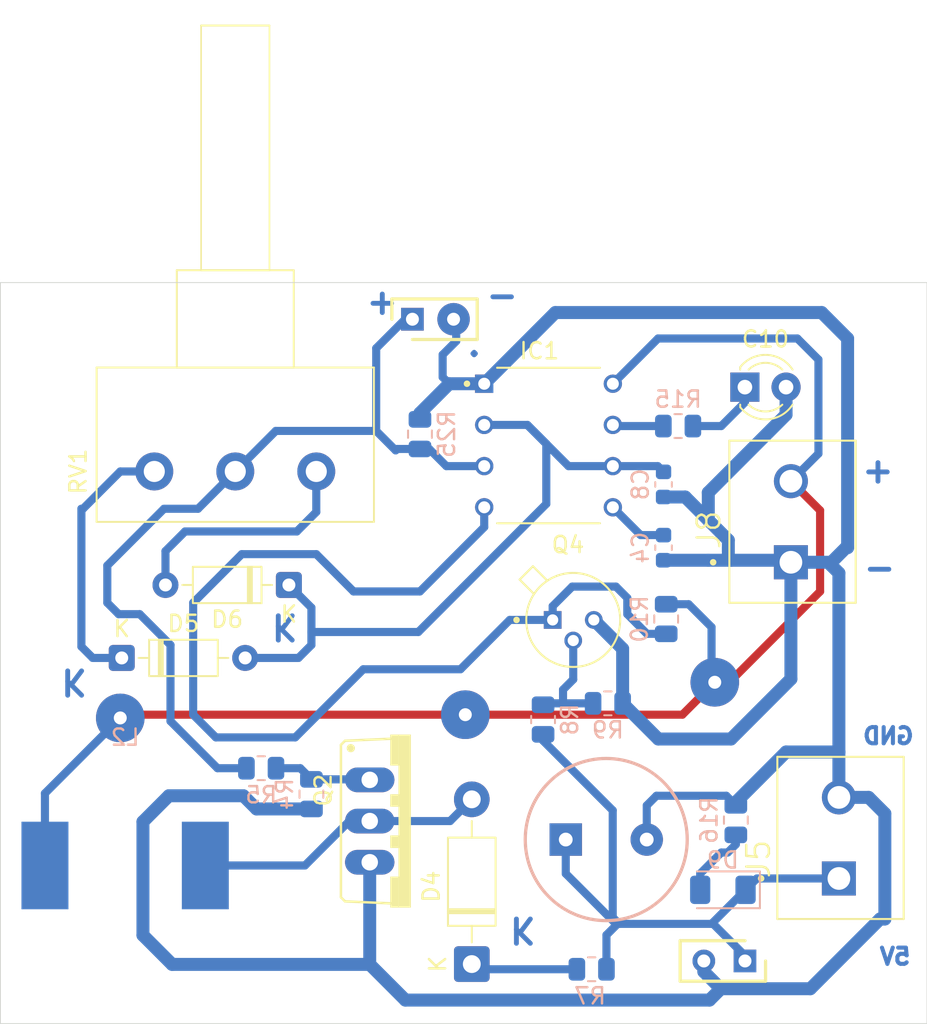
<source format=kicad_pcb>
(kicad_pcb (version 20241229) (generator "pcbnew") (generator_version "9.0")
  (layers (0 "F.Cu" signal) (2 "B.Cu" signal) (13 "F.Paste" user) (15 "B.Paste" user) (5 "F.SilkS" user "F.Silkscreen") (7 "B.SilkS" user "B.Silkscreen") (1 "F.Mask" user) (3 "B.Mask" user) (25 "Edge.Cuts" user))
  (net 0 "")
  (net 1 "Net-(IC1-CV)")
  (net 2 "GND")
  (net 3 "Net-(C5-+)")
  (net 4 "trig")
  (net 5 "Net-(C10-K)")
  (net 6 "Net-(D4-A)")
  (net 7 "Net-(D5-K)")
  (net 8 "Net-(D6-A)")
  (net 9 "Net-(D9-A)")
  (net 10 "step_up")
  (net 11 "PWM_out")
  (net 12 "reset")
  (net 13 "BAT")
  (net 14 "Net-(IC1-DIS)")
  (net 15 "Net-(Q2-PadG)")
  (net 16 "Net-(Q4-B)")
  (footprint "Library:irf740_TO220BV" (layer "F.Cu") (at 70.84 53.56 -90)
    (property "Reference" "Q2" (at -1.905 5.4102 90) (layer "F.SilkS"))
    (property "Value" "IRF740")
    (fp_line (start 4.699 4.318) (end -4.699 4.318) (stroke (width 0.1524)) (layer "F.SilkS"))
    (fp_line (start 4.699 4.318) (end 4.953 4.064) (stroke (width 0.1524)) (layer "F.SilkS"))
    (fp_line (start -4.953 4.064) (end -4.699 4.318) (stroke (width 0.1524)) (layer "F.SilkS"))
    (fp_line (start -4.953 4.064) (end -5.08 1.143) (stroke (width 0.1524)) (layer "F.SilkS"))
    (fp_line (start 5.08 1.143) (end 4.953 4.064) (stroke (width 0.1524)) (layer "F.SilkS"))
    (fp_circle (center -4.4958 3.7084) (end -4.2418 3.7084) (fill yes) (layer "F.SilkS"))
    (fp_poly (pts (xy -5.334 0.762) (xy -3.429 0.762) (xy -3.429 1.27) (xy -5.334 1.27)) (stroke (width 0.01)) (fill yes) (layer "F.SilkS"))
    (fp_poly (pts (xy -1.651 0.762) (xy -0.889 0.762) (xy -0.889 1.27) (xy -1.651 1.27)) (stroke (width 0.01)) (fill yes) (layer "F.SilkS"))
    (fp_poly (pts (xy 0.889 0.762) (xy 1.651 0.762) (xy 1.651 1.27) (xy 0.889 1.27)) (stroke (width 0.01)) (fill yes) (layer "F.SilkS"))
    (fp_poly (pts (xy 3.429 0.762) (xy 5.334 0.762) (xy 5.334 1.27) (xy 3.429 1.27)) (stroke (width 0.01)) (fill yes) (layer "F.SilkS"))
    (fp_poly (pts (xy -5.334 0) (xy 5.334 0) (xy 5.334 0.762) (xy -5.334 0.762)) (stroke (width 0.01)) (fill yes) (layer "F.SilkS"))
    (pad "D" thru_hole oval (at 0 2.54 270) (size 1.524 3.048) (drill 1.016) (layers "*.Cu" "*.Mask") (net 6 "Net-(D4-A)"))
    (pad "G" thru_hole oval (at -2.54 2.54 270) (size 1.524 3.048) (drill 1.016) (layers "*.Cu" "*.Mask") (net 15 "Net-(Q2-PadG)"))
    (pad "S" thru_hole oval (at 2.54 2.54 270) (size 1.524 3.048) (drill 1.016) (layers "*.Cu" "*.Mask") (net 2 "GND"))
  )
  (footprint "Diode_THT:D_DO-35_SOD27_P7.62mm_Horizontal" (layer "F.Cu") (at 52.99 43.5)
    (property "Reference" "D5" (at 3.81 -2.12 0) (layer "F.SilkS"))
    (property "Value" "1N4148")
    (fp_line (start 1.04 0) (end 1.69 0) (stroke (width 0.12)) (layer "F.SilkS"))
    (fp_line (start 2.29 -1.12) (end 2.29 1.12) (stroke (width 0.12)) (layer "F.SilkS"))
    (fp_line (start 2.41 -1.12) (end 2.41 1.12) (stroke (width 0.12)) (layer "F.SilkS"))
    (fp_line (start 2.53 -1.12) (end 2.53 1.12) (stroke (width 0.12)) (layer "F.SilkS"))
    (fp_line (start 6.58 0) (end 5.93 0) (stroke (width 0.12)) (layer "F.SilkS"))
    (fp_rect (start 1.69 -1.12) (end 5.93 1.12) (stroke (width 0.12)) (fill no) (layer "F.SilkS"))
    (fp_text user "K" (at 0 -1.8 0) (layer "F.SilkS"))
    (pad "1" thru_hole roundrect (at 0 0) (size 1.6 1.6) (drill 0.8) (layers "*.Cu" "*.Mask") (roundrect_rratio 0.15625) (net 7 "Net-(D5-K)"))
    (pad "2" thru_hole circle (at 7.62 0) (size 1.6 1.6) (drill 0.8) (layers "*.Cu" "*.Mask") (net 4 "trig"))
  )
  (footprint "Library:roaster_3_5" (layer "F.Cu") (at 97.2625 57.1 90)
    (property "Reference" "J5" (at 1.2 -4.9625 90) (layer "F.SilkS") (effects (font (size 1.4 1.4))))
    (property "Value" "5V_step_up")
    (fp_line (start 7.5 -3.8) (end 7.5 4) (stroke (width 0.127)) (layer "F.SilkS"))
    (fp_line (start -2.5 -3.8) (end 7.5 -3.8) (stroke (width 0.127)) (layer "F.SilkS"))
    (fp_line (start 7.5 4) (end -2.5 4) (stroke (width 0.127)) (layer "F.SilkS"))
    (fp_line (start -2.5 4) (end -2.5 -3.8) (stroke (width 0.127)) (layer "F.SilkS"))
    (fp_circle (center 0 -4.8) (end 0.1 -4.8) (stroke (width 0.2)) (fill no) (layer "F.SilkS"))
    (pad "1" thru_hole rect (at 0 0 90) (size 2.1 2.1) (drill 1.4) (layers "*.Cu" "*.Mask") (net 10 "step_up"))
    (pad "2" thru_hole circle (at 5 0 90) (size 2.1 2.1) (drill 1.4) (layers "*.Cu" "*.Mask") (net 2 "GND"))
  )
  (footprint "Library:Potentiometer_Omeg_PC16BU_Horizontal" (layer "F.Cu") (at 65 32 90)
    (property "Reference" "RV1" (at 0 -14.7 90) (layer "F.SilkS"))
    (property "Value" "10k")
    (fp_line (start 6.41 -13.56) (end 6.41 3.56) (stroke (width 0.12)) (layer "F.SilkS"))
    (fp_line (start -3.11 -13.56) (end 6.41 -13.56) (stroke (width 0.12)) (layer "F.SilkS"))
    (fp_line (start 12.41 -8.61) (end 12.41 -1.39) (stroke (width 0.12)) (layer "F.SilkS"))
    (fp_line (start 6.41 -8.61) (end 12.41 -8.61) (stroke (width 0.12)) (layer "F.SilkS"))
    (fp_line (start 27.5 -7.11) (end 12.41 -7.11) (stroke (width 0.1)) (layer "F.SilkS"))
    (fp_line (start 27.5 -7.11) (end 27.5 -2.89) (stroke (width 0.12)) (layer "F.SilkS"))
    (fp_line (start 27.5 -2.89) (end 12.41 -2.89) (stroke (width 0.1)) (layer "F.SilkS"))
    (fp_line (start 12.41 -2.89) (end 12.41 -7.11) (stroke (width 0.12)) (layer "F.SilkS"))
    (fp_line (start 12.41 -1.39) (end 6.41 -1.39) (stroke (width 0.12)) (layer "F.SilkS"))
    (fp_line (start 6.41 -1.39) (end 6.41 -8.61) (stroke (width 0.12)) (layer "F.SilkS"))
    (fp_line (start 6.41 3.56) (end -3.11 3.56) (stroke (width 0.12)) (layer "F.SilkS"))
    (fp_line (start -3.11 3.56) (end -3.11 -13.56) (stroke (width 0.12)) (layer "F.SilkS"))
    (pad "1" thru_hole circle (at 0 0 90) (size 2.34 2.34) (drill 1.3) (layers "*.Cu" "*.Mask") (net 8 "Net-(D6-A)"))
    (pad "2" thru_hole circle (at 0 -5 90) (size 2.34 2.34) (drill 1.3) (layers "*.Cu" "*.Mask") (net 11 "PWM_out"))
    (pad "3" thru_hole circle (at 0 -10 90) (size 2.34 2.34) (drill 1.3) (layers "*.Cu" "*.Mask") (net 7 "Net-(D5-K)"))
  )
  (footprint "Library:pin_2_RHDR4W60P0X254_1X4_1016X250X840P_1" (layer "F.Cu") (at 91.465 62.1875 180)
    (property "Reference" "J6" (hide yes))
    (property "Value" "cont_3_5" (hide yes))
    (fp_line (start 4 1.25) (end 4 -1.25) (stroke (width 0.2)) (layer "F.SilkS"))
    (fp_line (start 4 -1.25) (end -1.27 -1.25) (stroke (width 0.2)) (layer "F.SilkS"))
    (fp_line (start 0 1.25) (end 4 1.25) (stroke (width 0.2)) (layer "F.SilkS"))
    (fp_line (start -1.27 -1.25) (end -1.27 0) (stroke (width 0.2)) (layer "F.SilkS"))
    (pad "1" thru_hole rect (at 0 0 180) (size 1.4 1.4) (drill 0.8) (layers "*.Cu" "*.Mask") (net 10 "step_up"))
    (pad "2" thru_hole circle (at 2.54 0 180) (size 1.4 1.4) (drill 0.8) (layers "*.Cu" "*.Mask") (net 2 "GND"))
  )
  (footprint "Library:roaster_3_5" (layer "F.Cu") (at 94.3 37.6 90)
    (property "Reference" "J8" (at 2 -5.0625 90) (layer "F.SilkS") (effects (font (size 1.4 1.4))))
    (property "Value" "baterry")
    (fp_line (start 7.5 -3.8) (end 7.5 4) (stroke (width 0.127)) (layer "F.SilkS"))
    (fp_line (start -2.5 -3.8) (end 7.5 -3.8) (stroke (width 0.127)) (layer "F.SilkS"))
    (fp_line (start 7.5 4) (end -2.5 4) (stroke (width 0.127)) (layer "F.SilkS"))
    (fp_line (start -2.5 4) (end -2.5 -3.8) (stroke (width 0.127)) (layer "F.SilkS"))
    (fp_circle (center 0 -4.8) (end 0.1 -4.8) (stroke (width 0.2)) (fill no) (layer "F.SilkS"))
    (pad "1" thru_hole rect (at 0 0 90) (size 2.1 2.1) (drill 1.4) (layers "*.Cu" "*.Mask") (net 2 "GND"))
    (pad "2" thru_hole circle (at 5 0 90) (size 2.1 2.1) (drill 1.4) (layers "*.Cu" "*.Mask") (net 13 "BAT"))
  )
  (footprint "Library:pin_2_RHDR4W60P0X254_1X4_1016X250X840P_1" (layer "F.Cu") (at 70.935 22.6125)
    (property "Reference" "J6" (hide yes))
    (property "Value" "cont_3_5" (hide yes))
    (fp_line (start -1.27 -1.25) (end -1.27 0) (stroke (width 0.2)) (layer "F.SilkS"))
    (fp_line (start 0 1.25) (end 4 1.25) (stroke (width 0.2)) (layer "F.SilkS"))
    (fp_line (start 4 -1.25) (end -1.27 -1.25) (stroke (width 0.2)) (layer "F.SilkS"))
    (fp_line (start 4 1.25) (end 4 -1.25) (stroke (width 0.2)) (layer "F.SilkS"))
    (pad "1" thru_hole rect (at 0 0) (size 1.4 1.4) (drill 0.8) (layers "*.Cu" "*.Mask"))
    (pad "2" thru_hole circle (at 2.54 0) (size 2 2) (drill 0.8) (layers "*.Cu" "*.Mask"))
  )
  (footprint "Diode_THT:D_DO-41_SOD81_P10.16mm_Horizontal" (layer "F.Cu") (at 74.6 62.38 90)
    (property "Reference" "D4" (at 4.78 -2.5 90) (layer "F.SilkS"))
    (property "Value" "1N5818")
    (fp_line (start 3.38 -1.47) (end 3.38 1.47) (stroke (width 0.12)) (layer "F.SilkS"))
    (fp_line (start 3.26 -1.47) (end 3.26 1.47) (stroke (width 0.12)) (layer "F.SilkS"))
    (fp_line (start 3.14 -1.47) (end 3.14 1.47) (stroke (width 0.12)) (layer "F.SilkS"))
    (fp_line (start 8.82 0) (end 7.8 0) (stroke (width 0.12)) (layer "F.SilkS"))
    (fp_line (start 1.34 0) (end 2.36 0) (stroke (width 0.12)) (layer "F.SilkS"))
    (fp_rect (start 2.36 -1.47) (end 7.8 1.47) (stroke (width 0.12)) (fill no) (layer "F.SilkS"))
    (fp_text user "K" (at 0 -2.1 90) (layer "F.SilkS"))
    (pad "1" thru_hole roundrect (at 0 0 90) (size 2.2 2.2) (drill 1.1) (layers "*.Cu" "*.Mask") (roundrect_rratio 0.113636) (net 3 "Net-(C5-+)"))
    (pad "2" thru_hole circle (at 10.16 0 90) (size 2.2 2.2) (drill 1.1) (layers "*.Cu" "*.Mask") (net 6 "Net-(D4-A)"))
  )
  (footprint "LED_THT:LED_D3.0mm" (layer "F.Cu") (at 91.46 26.8)
    (property "Reference" "C10" (at 1.27 -2.96 0) (layer "F.SilkS"))
    (property "Value" "100n")
    (fp_line (start -0.29 -1.236) (end -0.29 -1.08) (stroke (width 0.12)) (layer "F.SilkS"))
    (fp_line (start -0.29 1.08) (end -0.29 1.236) (stroke (width 0.12)) (layer "F.SilkS"))
    (fp_arc (start -0.29 -1.235516) (mid 1.36566 -1.987699) (end 2.941437 -1.08) (stroke (width 0.12)) (layer "F.SilkS"))
    (fp_arc (start 0.229039 -1.08) (mid 1.27 -1.5) (end 2.310961 -1.08) (stroke (width 0.12)) (layer "F.SilkS"))
    (fp_arc (start 2.310961 1.08) (mid 1.27 1.5) (end 0.229039 1.08) (stroke (width 0.12)) (layer "F.SilkS"))
    (fp_arc (start 2.941437 1.08) (mid 1.36566 1.987699) (end -0.29 1.235516) (stroke (width 0.12)) (layer "F.SilkS"))
    (pad "1" thru_hole rect (at 0 0) (size 1.8 1.8) (drill 0.9) (layers "*.Cu" "*.Mask") (net 5 "Net-(C10-K)"))
    (pad "2" thru_hole circle (at 2.54 0) (size 1.8 1.8) (drill 0.9) (layers "*.Cu" "*.Mask") (net 2 "GND"))
  )
  (footprint "Library:LMC555" (layer "F.Cu") (at 79.3375 30.4)
    (property "Reference" "IC1" (at -0.565 -5.835 0) (layer "F.SilkS"))
    (property "Value" "lmc555")
    (fp_line (start -3.175 -4.795) (end 3.175 -4.795) (stroke (width 0.127)) (layer "F.SilkS"))
    (fp_line (start -3.175 4.795) (end 3.175 4.795) (stroke (width 0.127)) (layer "F.SilkS"))
    (fp_circle (center -5.035 -3.81) (end -4.935 -3.81) (stroke (width 0.2)) (fill no) (layer "F.SilkS"))
    (pad "1" thru_hole rect (at -3.97 -3.81) (size 1.13 1.13) (drill 0.74) (layers "*.Cu" "*.Mask") (net 2 "GND"))
    (pad "2" thru_hole circle (at -3.97 -1.27) (size 1.13 1.13) (drill 0.74) (layers "*.Cu" "*.Mask") (net 4 "trig"))
    (pad "3" thru_hole circle (at -3.97 1.27) (size 1.13 1.13) (drill 0.74) (layers "*.Cu" "*.Mask") (net 11 "PWM_out"))
    (pad "4" thru_hole circle (at -3.97 3.81) (size 1.13 1.13) (drill 0.74) (layers "*.Cu" "*.Mask") (net 12 "reset"))
    (pad "5" thru_hole circle (at 3.97 3.81) (size 1.13 1.13) (drill 0.74) (layers "*.Cu" "*.Mask") (net 1 "Net-(IC1-CV)"))
    (pad "6" thru_hole circle (at 3.97 1.27) (size 1.13 1.13) (drill 0.74) (layers "*.Cu" "*.Mask") (net 4 "trig"))
    (pad "7" thru_hole circle (at 3.97 -1.27) (size 1.13 1.13) (drill 0.74) (layers "*.Cu" "*.Mask") (net 14 "Net-(IC1-DIS)"))
    (pad "8" thru_hole circle (at 3.97 -3.81) (size 1.13 1.13) (drill 0.74) (layers "*.Cu" "*.Mask") (net 13 "BAT"))
  )
  (footprint "Diode_THT:D_DO-35_SOD27_P7.62mm_Horizontal" (layer "F.Cu") (at 63.31 39 180)
    (property "Reference" "D6" (at 3.81 -2.12 0) (layer "F.SilkS"))
    (property "Value" "1N4148")
    (fp_line (start 6.58 0) (end 5.93 0) (stroke (width 0.12)) (layer "F.SilkS"))
    (fp_line (start 2.53 -1.12) (end 2.53 1.12) (stroke (width 0.12)) (layer "F.SilkS"))
    (fp_line (start 2.41 -1.12) (end 2.41 1.12) (stroke (width 0.12)) (layer "F.SilkS"))
    (fp_line (start 2.29 -1.12) (end 2.29 1.12) (stroke (width 0.12)) (layer "F.SilkS"))
    (fp_line (start 1.04 0) (end 1.69 0) (stroke (width 0.12)) (layer "F.SilkS"))
    (fp_rect (start 1.69 -1.12) (end 5.93 1.12) (stroke (width 0.12)) (fill no) (layer "F.SilkS"))
    (fp_text user "K" (at 0 -1.8 0) (layer "F.SilkS"))
    (pad "1" thru_hole roundrect (at 0 0 180) (size 1.6 1.6) (drill 0.8) (layers "*.Cu" "*.Mask") (roundrect_rratio 0.15625) (net 4 "trig"))
    (pad "2" thru_hole circle (at 7.62 0 180) (size 1.6 1.6) (drill 0.8) (layers "*.Cu" "*.Mask") (net 8 "Net-(D6-A)"))
  )
  (footprint "Library:2N2222_TO127P580H530-3" (layer "F.Cu") (at 80.862505 41.15641)
    (property "Reference" "Q4" (at -0.325 -4.635 0) (layer "F.SilkS"))
    (property "Value" "NPN")
    (fp_line (start -3.30926 -2.48902) (end -2.48902 -3.30926) (stroke (width 0.127)) (layer "F.SilkS"))
    (fp_line (start -2.48902 -3.30926) (end -1.59905 -2.41929) (stroke (width 0.127)) (layer "F.SilkS"))
    (fp_line (start -2.41929 -1.59905) (end -3.30926 -2.48902) (stroke (width 0.127)) (layer "F.SilkS"))
    (fp_circle (center -3.5 0) (end -3.4 0) (stroke (width 0.2)) (fill no) (layer "F.SilkS"))
    (fp_circle (center 0 0) (end 2.9 0) (stroke (width 0.127)) (fill no) (layer "F.SilkS"))
    (pad "1" thru_hole rect (at -1.27 0) (size 1.09 1.09) (drill 0.69) (layers "*.Cu" "*.Mask") (net 12 "reset"))
    (pad "2" thru_hole circle (at 0 1.27) (size 1.09 1.09) (drill 0.69) (layers "*.Cu" "*.Mask") (net 16 "Net-(Q4-B)"))
    (pad "3" thru_hole circle (at 1.27 0 3) (size 1.09 1.09) (drill 0.69) (layers "*.Cu" "*.Mask") (net 2 "GND"))
  )
  (footprint "Resistor_SMD:R_0805_2012Metric" (layer "B.Cu") (at 83 46.300001)
    (property "Reference" "R9" (at 0 1.65 0) (layer "B.SilkS") (effects (justify mirror)))
    (property "Value" "1k")
    (fp_line (start -0.227064 -0.735) (end 0.227064 -0.735) (stroke (width 0.12)) (layer "B.SilkS"))
    (fp_line (start -0.227064 0.735) (end 0.227064 0.735) (stroke (width 0.12)) (layer "B.SilkS"))
    (pad "1" smd roundrect (at -0.9125 0) (size 1.025 1.4) (layers "B.Cu" "B.Mask" "B.Paste") (roundrect_rratio 0.243902) (net 16 "Net-(Q4-B)"))
    (pad "2" smd roundrect (at 0.9125 0) (size 1.025 1.4) (layers "B.Cu" "B.Mask" "B.Paste") (roundrect_rratio 0.243902) (net 2 "GND"))
  )
  (footprint "Resistor_SMD:R_0805_2012Metric" (layer "B.Cu") (at 79 47.3 90)
    (property "Reference" "R8" (at 0 1.65 90) (layer "B.SilkS") (effects (justify mirror)))
    (property "Value" "4.7k")
    (fp_line (start -0.227064 -0.735) (end 0.227064 -0.735) (stroke (width 0.12)) (layer "B.SilkS"))
    (fp_line (start -0.227064 0.735) (end 0.227064 0.735) (stroke (width 0.12)) (layer "B.SilkS"))
    (pad "1" smd roundrect (at -0.9125 0 90) (size 1.025 1.4) (layers "B.Cu" "B.Mask" "B.Paste") (roundrect_rratio 0.243902) (net 10 "step_up"))
    (pad "2" smd roundrect (at 0.9125 0 90) (size 1.025 1.4) (layers "B.Cu" "B.Mask" "B.Paste") (roundrect_rratio 0.243902) (net 16 "Net-(Q4-B)"))
  )
  (footprint "Resistor_SMD:R_0805_2012Metric" (layer "B.Cu") (at 90.9 53.5 -90)
    (property "Reference" "R16" (at 0 1.65 90) (layer "B.SilkS") (effects (justify mirror)))
    (property "Value" "470")
    (fp_line (start -0.227064 0.735) (end 0.227064 0.735) (stroke (width 0.12)) (layer "B.SilkS"))
    (fp_line (start -0.227064 -0.735) (end 0.227064 -0.735) (stroke (width 0.12)) (layer "B.SilkS"))
    (pad "1" smd roundrect (at -0.9125 0 270) (size 1.025 1.4) (layers "B.Cu" "B.Mask" "B.Paste") (roundrect_rratio 0.243902) (net 2 "GND"))
    (pad "2" smd roundrect (at 0.9125 0 270) (size 1.025 1.4) (layers "B.Cu" "B.Mask" "B.Paste") (roundrect_rratio 0.243902) (net 9 "Net-(D9-A)"))
  )
  (footprint "Resistor_SMD:R_0805_2012Metric" (layer "B.Cu") (at 86.6 41.1 -90)
    (property "Reference" "R10" (at 0 1.65 90) (layer "B.SilkS") (effects (justify mirror)))
    (property "Value" "100")
    (fp_line (start -0.227064 0.735) (end 0.227064 0.735) (stroke (width 0.12)) (layer "B.SilkS"))
    (fp_line (start -0.227064 -0.735) (end 0.227064 -0.735) (stroke (width 0.12)) (layer "B.SilkS"))
    (pad "1" smd roundrect (at -0.9125 0 270) (size 1.025 1.4) (layers "B.Cu" "B.Mask" "B.Paste") (roundrect_rratio 0.243902) (net 13 "BAT"))
    (pad "2" smd roundrect (at 0.9125 0 270) (size 1.025 1.4) (layers "B.Cu" "B.Mask" "B.Paste") (roundrect_rratio 0.243902) (net 12 "reset"))
  )
  (footprint "Diode_SMD:D_1206_3216Metric" (layer "B.Cu") (at 90.1 57.8 180)
    (property "Reference" "D9" (at 0 1.83 0) (layer "B.SilkS") (effects (justify mirror)))
    (property "Value" "5.1 V")
    (fp_line (start 1.6 1.135) (end -2.285 1.135) (stroke (width 0.12)) (layer "B.SilkS"))
    (fp_line (start -2.285 1.135) (end -2.285 -1.135) (stroke (width 0.12)) (layer "B.SilkS"))
    (fp_line (start -2.285 -1.135) (end 1.6 -1.135) (stroke (width 0.12)) (layer "B.SilkS"))
    (pad "1" smd roundrect (at -1.4 0 180) (size 1.25 1.75) (layers "B.Cu" "B.Mask" "B.Paste") (roundrect_rratio 0.2) (net 10 "step_up"))
    (pad "2" smd roundrect (at 1.4 0 180) (size 1.25 1.75) (layers "B.Cu" "B.Mask" "B.Paste") (roundrect_rratio 0.2) (net 9 "Net-(D9-A)"))
  )
  (footprint "Resistor_SMD:R_0805_2012Metric" (layer "B.Cu") (at 61.6 50.3)
    (property "Reference" "R5" (at 0 1.65 0) (layer "B.SilkS") (effects (justify mirror)))
    (property "Value" "100")
    (fp_line (start -0.227064 -0.735) (end 0.227064 -0.735) (stroke (width 0.12)) (layer "B.SilkS"))
    (fp_line (start -0.227064 0.735) (end 0.227064 0.735) (stroke (width 0.12)) (layer "B.SilkS"))
    (pad "1" smd roundrect (at -0.9125 0) (size 1.025 1.4) (layers "B.Cu" "B.Mask" "B.Paste") (roundrect_rratio 0.243902) (net 11 "PWM_out"))
    (pad "2" smd roundrect (at 0.9125 0) (size 1.025 1.4) (layers "B.Cu" "B.Mask" "B.Paste") (roundrect_rratio 0.243902) (net 15 "Net-(Q2-PadG)"))
  )
  (footprint "Resistor_SMD:R_0805_2012Metric" (layer "B.Cu") (at 64.7 51.9 -90)
    (property "Reference" "R4" (at 0 1.65 90) (layer "B.SilkS") (effects (justify mirror)))
    (property "Value" "10k")
    (fp_line (start -0.227064 0.735) (end 0.227064 0.735) (stroke (width 0.12)) (layer "B.SilkS"))
    (fp_line (start -0.227064 -0.735) (end 0.227064 -0.735) (stroke (width 0.12)) (layer "B.SilkS"))
    (pad "1" smd roundrect (at -0.9125 0 270) (size 1.025 1.4) (layers "B.Cu" "B.Mask" "B.Paste") (roundrect_rratio 0.243902) (net 15 "Net-(Q2-PadG)"))
    (pad "2" smd roundrect (at 0.9125 0 270) (size 1.025 1.4) (layers "B.Cu" "B.Mask" "B.Paste") (roundrect_rratio 0.243902) (net 2 "GND"))
  )
  (footprint "Capacitor_SMD:C_0603_1608Metric" (layer "B.Cu") (at 86.4375 36.7 -90)
    (property "Reference" "C4" (at 0 1.43 90) (layer "B.SilkS") (effects (justify mirror)))
    (property "Value" "10n")
    (fp_line (start -0.14058 0.51) (end 0.14058 0.51) (stroke (width 0.12)) (layer "B.SilkS"))
    (fp_line (start -0.14058 -0.51) (end 0.14058 -0.51) (stroke (width 0.12)) (layer "B.SilkS"))
    (pad "1" smd roundrect (at -0.775 0 270) (size 0.9 0.95) (layers "B.Cu" "B.Mask" "B.Paste") (net 1 "Net-(IC1-CV)"))
    (pad "2" smd roundrect (at 0.775 0 270) (size 0.9 0.95) (layers "B.Cu" "B.Mask" "B.Paste") (net 2 "GND"))
  )
  (footprint "Resistor_SMD:R_0805_2012Metric" (layer "B.Cu") (at 87.3375 29.2 180)
    (property "Reference" "R15" (at 0 1.65 0) (layer "B.SilkS") (effects (justify mirror)))
    (property "Value" "10k")
    (fp_line (start -0.227064 0.735) (end 0.227064 0.735) (stroke (width 0.12)) (layer "B.SilkS"))
    (fp_line (start -0.227064 -0.735) (end 0.227064 -0.735) (stroke (width 0.12)) (layer "B.SilkS"))
    (pad "1" smd roundrect (at -0.9125 0 180) (size 1.025 1.4) (layers "B.Cu" "B.Mask" "B.Paste") (roundrect_rratio 0.243902) (net 5 "Net-(C10-K)"))
    (pad "2" smd roundrect (at 0.9125 0 180) (size 1.025 1.4) (layers "B.Cu" "B.Mask" "B.Paste") (roundrect_rratio 0.243902) (net 14 "Net-(IC1-DIS)"))
  )
  (footprint "Resistor_SMD:R_0805_2012Metric" (layer "B.Cu") (at 71.4 29.7 90)
    (property "Reference" "R25" (at 0 1.65 90) (layer "B.SilkS") (effects (justify mirror)))
    (property "Value" "10k")
    (fp_line (start -0.227064 -0.735) (end 0.227064 -0.735) (stroke (width 0.12)) (layer "B.SilkS"))
    (fp_line (start -0.227064 0.735) (end 0.227064 0.735) (stroke (width 0.12)) (layer "B.SilkS"))
    (pad "1" smd roundrect (at -0.9125 0 90) (size 1.025 1.4) (layers "B.Cu" "B.Mask" "B.Paste") (roundrect_rratio 0.243902) (net 11 "PWM_out"))
    (pad "2" smd roundrect (at 0.9125 0 90) (size 1.025 1.4) (layers "B.Cu" "B.Mask" "B.Paste") (roundrect_rratio 0.243902) (net 2 "GND"))
  )
  (footprint "Resistor_SMD:R_0805_2012Metric" (layer "B.Cu") (at 82 62.7)
    (property "Reference" "R7" (at -0.1 1.65 0) (layer "B.SilkS") (effects (justify mirror)))
    (property "Value" "6.8")
    (fp_line (start -0.227064 -0.735) (end 0.227064 -0.735) (stroke (width 0.12)) (layer "B.SilkS"))
    (fp_line (start -0.227064 0.735) (end 0.227064 0.735) (stroke (width 0.12)) (layer "B.SilkS"))
    (pad "1" smd roundrect (at -0.9125 0) (size 1.025 1.4) (layers "B.Cu" "B.Mask" "B.Paste") (roundrect_rratio 0.243902) (net 3 "Net-(C5-+)"))
    (pad "2" smd roundrect (at 0.9125 0) (size 1.025 1.4) (layers "B.Cu" "B.Mask" "B.Paste") (roundrect_rratio 0.243902) (net 10 "step_up"))
  )
  (footprint "Capacitor_SMD:C_0603_1608Metric" (layer "B.Cu") (at 86.4375 32.8 -90)
    (property "Reference" "C8" (at 0 1.43 90) (layer "B.SilkS") (effects (justify mirror)))
    (property "Value" "10n")
    (fp_line (start -0.14058 0.51) (end 0.14058 0.51) (stroke (width 0.12)) (layer "B.SilkS"))
    (fp_line (start -0.14058 -0.51) (end 0.14058 -0.51) (stroke (width 0.12)) (layer "B.SilkS"))
    (pad "1" smd roundrect (at -0.775 0 270) (size 0.9 0.95) (layers "B.Cu" "B.Mask" "B.Paste") (net 4 "trig"))
    (pad "2" smd roundrect (at 0.775 0 270) (size 0.9 0.95) (layers "B.Cu" "B.Mask" "B.Paste") (net 2 "GND"))
  )
  (footprint "bird-feeder:electrolytic_CAPPRD500W65D1000H2700" (layer "B.Cu") (at 80.4 54.7)
    (property "Reference" "C8" (hide yes))
    (property "Value" "4700 μ" (hide yes))
    (fp_circle (center 2.5 0) (end 2.5 -5) (stroke (width 0.2)) (fill no) (layer "B.SilkS"))
    (pad "1" thru_hole rect (at 0 0) (size 2 2) (drill 0.85) (layers "*.Cu" "*.Mask"))
    (pad "2" thru_hole circle (at 5 0) (size 2 2) (drill 0.85) (layers "*.Cu" "*.Mask"))
  )
  (footprint "Library:cewka_DE1207" (layer "B.Cu") (at 53.2 56.3 180)
    (property "Reference" "L2" (at 0 7.905 0) (layer "B.SilkS") (effects (justify mirror)))
    (property "Value" "ETQP4M150KFN")
    (fp_line (start 6 6) (end 0 6) (stroke (width 0.000128)) (layer "B.SilkS"))
    (fp_line (start 6 -6) (end 6 6) (stroke (width 0.000128)) (layer "B.SilkS"))
    (fp_line (start 0 6) (end -6 6) (stroke (width 0.000128)) (layer "B.SilkS"))
    (fp_line (start -6 6) (end -6 -6) (stroke (width 0.000128)) (layer "B.SilkS"))
    (fp_line (start -6 -6) (end 6 -6) (stroke (width 0.000128)) (layer "B.SilkS"))
    (pad "1" smd rect (at -4.95 0 180) (size 2.9 5.4) (layers "B.Cu" "B.Mask" "B.Paste") (net 6 "Net-(D4-A)"))
    (pad "2" smd rect (at 4.95 0 180) (size 2.9 5.4) (layers "B.Cu" "B.Mask" "B.Paste") (net 13 "BAT"))
  )
  (gr_rect (start 45.5 20.35) (end 102.7 66.05) (stroke (width 0.05)) (fill no) (layer "Edge.Cuts"))
  (gr_text "+" (at 100.8 32.8 0) (layer "B.Cu") (effects (font (size 1.5 1.5) (thickness 0.3) (bold yes)) (justify left bottom mirror)))
  (gr_text "GND" (at 102 48.9 0) (layer "B.Cu") (effects (font (size 1 1) (thickness 0.25) (bold yes)) (justify left bottom mirror)))
  (gr_text "." (at 75.3 25 0) (layer "B.Cu") (effects (font (size 1.5 1.5) (thickness 0.3) (bold yes)) (justify left bottom mirror)))
  (gr_text "K" (at 49.1 44.1 180) (layer "B.Cu") (effects (font (size 1.5 1.5) (thickness 0.3) (bold yes)) (justify left bottom mirror)))
  (gr_text "-" (at 77.6 22 0) (layer "B.Cu") (effects (font (size 1.5 1.5) (thickness 0.3) (bold yes)) (justify left bottom mirror)))
  (gr_text "K" (at 62.1 40.7 180) (layer "B.Cu") (effects (font (size 1.5 1.5) (thickness 0.3) (bold yes)) (justify left bottom mirror)))
  (gr_text "5V" (at 101.8 62.5 0) (layer "B.Cu") (effects (font (size 1 1) (thickness 0.25) (bold yes)) (justify left bottom mirror)))
  (gr_text "-" (at 100.9 38.8 0) (layer "B.Cu") (effects (font (size 1.5 1.5) (thickness 0.3) (bold yes)) (justify left bottom mirror)))
  (gr_text "+" (at 70.2 22.4 0) (layer "B.Cu") (effects (font (size 1.5 1.5) (thickness 0.3) (bold yes)) (justify left bottom mirror)))
  (gr_text "K" (at 76.8 59.4 180) (layer "B.Cu") (effects (font (size 1.5 1.5) (thickness 0.3) (bold yes)) (justify left bottom mirror)))
  (segment (start 85 35.9) (end 85.025 35.925) (width 0.5) (layer "B.Cu") (net 1))
  (segment (start 83.3075 34.21) (end 84.9975 35.9) (width 0.5) (layer "B.Cu") (net 1))
  (segment (start 84.9975 35.9) (end 85 35.9) (width 0.5) (layer "B.Cu") (net 1))
  (segment (start 85.025 35.925) (end 86.4375 35.925) (width 0.5) (layer "B.Cu") (net 1))
  (segment (start 89.9755 63.9) (end 95.5 63.9) (width 0.8) (layer "B.Cu") (net 2))
  (segment (start 88.925 62.1875) (end 88.925 62.8495) (width 0.8) (layer "B.Cu") (net 2))
  (segment (start 86.4375 37.475) (end 89.2 37.475) (width 0.8) (layer "B.Cu") (net 2))
  (segment (start 97.8 23.8) (end 97.8 36.7) (width 0.8) (layer "B.Cu") (net 2))
  (segment (start 54.3 60.6) (end 56.1 62.4) (width 0.8) (layer "B.Cu") (net 2))
  (segment (start 89.2 33.3) (end 89.2 35) (width 0.8) (layer "B.Cu") (net 2))
  (segment (start 68.3 56.1) (end 68.3 62.4) (width 0.8) (layer "B.Cu") (net 2))
  (segment (start 90.4375 37.3125) (end 90.6 37.475) (width 0.8) (layer "B.Cu") (net 2))
  (segment (start 75.3675 26.59) (end 79.7575 22.2) (width 0.8) (layer "B.Cu") (net 2))
  (segment (start 90.9 52.4) (end 94 49.3) (width 0.8) (layer "B.Cu") (net 2))
  (segment (start 73.64 23.96) (end 72.8 24.8) (width 0.5) (layer "B.Cu") (net 2))
  (segment (start 83.9125 46.300001) (end 86.112499 48.5) (width 0.8) (layer "B.Cu") (net 2))
  (segment (start 73.64 22.1) (end 73.64 23.96) (width 0.5) (layer "B.Cu") (net 2))
  (segment (start 94 49.3) (end 97.2625 49.3) (width 0.8) (layer "B.Cu") (net 2))
  (segment (start 90.3125 52) (end 90.9 52.5875) (width 0.5) (layer "B.Cu") (net 2))
  (segment (start 85.4 52.6) (end 86 52) (width 0.5) (layer "B.Cu") (net 2))
  (segment (start 56.1 62.4) (end 68.3 62.4) (width 0.8) (layer "B.Cu") (net 2))
  (segment (start 97.2625 52.1) (end 97.2625 49.3) (width 0.8) (layer "B.Cu") (net 2))
  (segment (start 99.8 59.6) (end 100.1 59.6) (width 0.8) (layer "B.Cu") (net 2))
  (segment (start 86.112499 48.5) (end 90.6 48.5) (width 0.8) (layer "B.Cu") (net 2))
  (segment (start 90.9 52.5875) (end 90.9 52.4) (width 0.8) (layer "B.Cu") (net 2))
  (segment (start 61.3125 52.8125) (end 60.5 52) (width 0.8) (layer "B.Cu") (net 2))
  (segment (start 96.8 37.6) (end 94.3 37.6) (width 0.8) (layer "B.Cu") (net 2))
  (segment (start 96.2 22.2) (end 97.8 23.8) (width 0.8) (layer "B.Cu") (net 2))
  (segment (start 68.3 62.4) (end 70.5 64.6) (width 0.8) (layer "B.Cu") (net 2))
  (segment (start 71.4 28.7875) (end 71.4 28.4) (width 0.8) (layer "B.Cu") (net 2))
  (segment (start 85.4 54.7) (end 85.4 52.6) (width 0.5) (layer "B.Cu") (net 2))
  (segment (start 97.8 36.7) (end 97.7 36.7) (width 0.8) (layer "B.Cu") (net 2))
  (segment (start 90.4375 36.2375) (end 90.4375 37.3125) (width 0.8) (layer "B.Cu") (net 2))
  (segment (start 100.1 59.6) (end 100.1 53.1) (width 0.8) (layer "B.Cu") (net 2))
  (segment (start 94 28.5) (end 89.2 33.3) (width 0.8) (layer "B.Cu") (net 2))
  (segment (start 55.9 52) (end 54.3 53.6) (width 0.8) (layer "B.Cu") (net 2))
  (segment (start 90.6 37.475) (end 94.175 37.475) (width 0.8) (layer "B.Cu") (net 2))
  (segment (start 72.8 26.18) (end 73.21 26.59) (width 0.5) (layer "B.Cu") (net 2))
  (segment (start 95.5 63.9) (end 99.8 59.6) (width 0.8) (layer "B.Cu") (net 2))
  (segment (start 73.21 26.59) (end 75.3675 26.59) (width 0.8) (layer "B.Cu") (net 2))
  (segment (start 64.7 52.8125) (end 61.3125 52.8125) (width 0.8) (layer "B.Cu") (net 2))
  (segment (start 96.8 37.8) (end 96.8 37.6) (width 0.8) (layer "B.Cu") (net 2))
  (segment (start 97.2625 38.2625) (end 96.8 37.8) (width 0.8) (layer "B.Cu") (net 2))
  (segment (start 86 52) (end 90.3125 52) (width 0.5) (layer "B.Cu") (net 2))
  (segment (start 72.8 24.8) (end 72.8 26.18) (width 0.5) (layer "B.Cu") (net 2))
  (segment (start 87.775 33.575) (end 89.2 35) (width 0.8) (layer "B.Cu") (net 2))
  (segment (start 88.925 62.8495) (end 89.9755 63.9) (width 0.8) (layer "B.Cu") (net 2))
  (segment (start 97.2625 49.3) (end 97.2625 38.2625) (width 0.8) (layer "B.Cu") (net 2))
  (segment (start 89.2 37.475) (end 90.6 37.475) (width 0.8) (layer "B.Cu") (net 2))
  (segment (start 79.7575 22.2) (end 96.2 22.2) (width 0.8) (layer "B.Cu") (net 2))
  (segment (start 90.6 48.5) (end 94.3 44.8) (width 0.8) (layer "B.Cu") (net 2))
  (segment (start 99.1 52.1) (end 97.2625 52.1) (width 0.8) (layer "B.Cu") (net 2))
  (segment (start 86.4375 33.575) (end 87.775 33.575) (width 0.8) (layer "B.Cu") (net 2))
  (segment (start 71.4 28.4) (end 73.21 26.59) (width 0.8) (layer "B.Cu") (net 2))
  (segment (start 94 26.8) (end 94 28.5) (width 0.8) (layer "B.Cu") (net 2))
  (segment (start 94.175 37.475) (end 94.3 37.6) (width 0.8) (layer "B.Cu") (net 2))
  (segment (start 97.7 36.7) (end 96.8 37.6) (width 0.8) (layer "B.Cu") (net 2))
  (segment (start 94.3 44.8) (end 94.3 37.6) (width 0.8) (layer "B.Cu") (net 2))
  (segment (start 54.3 53.6) (end 54.3 60.6) (width 0.8) (layer "B.Cu") (net 2))
  (segment (start 60.5 52) (end 55.9 52) (width 0.8) (layer "B.Cu") (net 2))
  (segment (start 89.2755 64.6) (end 89.9755 63.9) (width 0.8) (layer "B.Cu") (net 2))
  (segment (start 70.5 64.6) (end 89.2755 64.6) (width 0.8) (layer "B.Cu") (net 2))
  (segment (start 83.9125 42.936405) (end 82.132505 41.15641) (width 0.8) (layer "B.Cu") (net 2))
  (segment (start 83.9125 46.300001) (end 83.9125 42.936405) (width 0.8) (layer "B.Cu") (net 2))
  (segment (start 89.2 35) (end 90.4375 36.2375) (width 0.8) (layer "B.Cu") (net 2))
  (segment (start 100.1 53.1) (end 99.1 52.1) (width 0.8) (layer "B.Cu") (net 2))
  (segment (start 81.0875 62.7) (end 74.92 62.7) (width 0.5) (layer "B.Cu") (net 3))
  (segment (start 74.92 62.7) (end 74.6 62.38) (width 0.5) (layer "B.Cu") (net 3))
  (segment (start 64.7 41.9) (end 71.3 41.9) (width 0.5) (layer "B.Cu") (net 4))
  (segment (start 60.61 43.5) (end 63.9 43.5) (width 0.5) (layer "B.Cu") (net 4))
  (segment (start 75.3675 29.13) (end 78.03 29.13) (width 0.5) (layer "B.Cu") (net 4))
  (segment (start 64.7 40.4) (end 64.7 41.9) (width 0.5) (layer "B.Cu") (net 4))
  (segment (start 78.03 29.13) (end 80.57 31.67) (width 0.5) (layer "B.Cu") (net 4))
  (segment (start 64.7 41.9) (end 64.7 42.7) (width 0.5) (layer "B.Cu") (net 4))
  (segment (start 79.2 30.3) (end 78.03 29.13) (width 0.5) (layer "B.Cu") (net 4))
  (segment (start 63.31 39) (end 63.31 39.01) (width 0.5) (layer "B.Cu") (net 4))
  (segment (start 80.57 31.67) (end 83.3075 31.67) (width 0.5) (layer "B.Cu") (net 4))
  (segment (start 63.31 39.01) (end 64.7 40.4) (width 0.5) (layer "B.Cu") (net 4))
  (segment (start 79.2 34) (end 79.2 30.3) (width 0.5) (layer "B.Cu") (net 4))
  (segment (start 86.0825 31.67) (end 86.4375 32.025) (width 0.5) (layer "B.Cu") (net 4))
  (segment (start 63.9 43.5) (end 64.7 42.7) (width 0.5) (layer "B.Cu") (net 4))
  (segment (start 71.3 41.9) (end 79.2 34) (width 0.5) (layer "B.Cu") (net 4))
  (segment (start 83.3075 31.67) (end 86.0825 31.67) (width 0.5) (layer "B.Cu") (net 4))
  (segment (start 91.46 27.74) (end 90 29.2) (width 0.5) (layer "B.Cu") (net 5))
  (segment (start 91.46 26.8) (end 91.46 27.74) (width 0.5) (layer "B.Cu") (net 5))
  (segment (start 90 29.2) (end 88.25 29.2) (width 0.5) (layer "B.Cu") (net 5))
  (segment (start 64.3 56.3) (end 58.15 56.3) (width 0.5) (layer "B.Cu") (net 6))
  (segment (start 67.04 53.56) (end 64.3 56.3) (width 0.5) (layer "B.Cu") (net 6))
  (segment (start 68.3 53.56) (end 67.04 53.56) (width 0.5) (layer "B.Cu") (net 6))
  (segment (start 68.3 53.56) (end 73.26 53.56) (width 0.5) (layer "B.Cu") (net 6))
  (segment (start 73.26 53.56) (end 74.6 52.22) (width 0.5) (layer "B.Cu") (net 6))
  (segment (start 52.99 43.5) (end 51.2 43.5) (width 0.5) (layer "B.Cu") (net 7))
  (segment (start 50.5 34.3) (end 50.6 34.3) (width 0.5) (layer "B.Cu") (net 7))
  (segment (start 52.9 32) (end 55 32) (width 0.5) (layer "B.Cu") (net 7))
  (segment (start 50.6 34.3) (end 52.9 32) (width 0.5) (layer "B.Cu") (net 7))
  (segment (start 51.2 43.5) (end 50.5 42.8) (width 0.5) (layer "B.Cu") (net 7))
  (segment (start 50.5 42.8) (end 50.5 34.3) (width 0.5) (layer "B.Cu") (net 7))
  (segment (start 56.9 35.7) (end 63.8 35.7) (width 0.5) (layer "B.Cu") (net 8))
  (segment (start 55.69 39) (end 55.69 36.91) (width 0.5) (layer "B.Cu") (net 8))
  (segment (start 65 34.5) (end 65 32) (width 0.5) (layer "B.Cu") (net 8))
  (segment (start 63.8 35.7) (end 65 34.5) (width 0.5) (layer "B.Cu") (net 8))
  (segment (start 55.69 36.91) (end 56.9 35.7) (width 0.5) (layer "B.Cu") (net 8))
  (segment (start 90.4 55.5) (end 90.9 55) (width 0.5) (layer "B.Cu") (net 9))
  (segment (start 88.7 56.8) (end 90 55.5) (width 0.5) (layer "B.Cu") (net 9))
  (segment (start 90.9 55) (end 90.9 54.4125) (width 0.5) (layer "B.Cu") (net 9))
  (segment (start 88.7 57.8) (end 88.7 56.8) (width 0.5) (layer "B.Cu") (net 9))
  (segment (start 90 55.5) (end 90.4 55.5) (width 0.5) (layer "B.Cu") (net 9))
  (segment (start 83.7 59.9) (end 89.4 59.9) (width 0.5) (layer "B.Cu") (net 10))
  (segment (start 89.4 59.9) (end 89.45 59.85) (width 0.5) (layer "B.Cu") (net 10))
  (segment (start 83.6 59.9) (end 83.7 59.9) (width 0.5) (layer "B.Cu") (net 10))
  (segment (start 80.4 56.8) (end 83.5 59.9) (width 0.5) (layer "B.Cu") (net 10))
  (segment (start 83.5 59.9) (end 83.6 59.9) (width 0.5) (layer "B.Cu") (net 10))
  (segment (start 91.465 62.1875) (end 91.465 61.865) (width 0.5) (layer "B.Cu") (net 10))
  (segment (start 80.4 54.7) (end 80.4 56.8) (width 0.5) (layer "B.Cu") (net 10))
  (segment (start 79 48.6) (end 83.3 52.9) (width 0.5) (layer "B.Cu") (net 10))
  (segment (start 92.2 57.1) (end 91.5 57.8) (width 0.5) (layer "B.Cu") (net 10))
  (segment (start 83.3 52.9) (end 83.3 59.5) (width 0.5) (layer "B.Cu") (net 10))
  (segment (start 91.465 61.865) (end 89.45 59.85) (width 0.5) (layer "B.Cu") (net 10))
  (segment (start 79 48.2125) (end 79 48.6) (width 0.5) (layer "B.Cu") (net 10))
  (segment (start 82.9125 62.7) (end 82.9125 60.5875) (width 0.5) (layer "B.Cu") (net 10))
  (segment (start 97.2625 57.1) (end 92.2 57.1) (width 0.5) (layer "B.Cu") (net 10))
  (segment (start 83.3 59.5) (end 83.7 59.9) (width 0.5) (layer "B.Cu") (net 10))
  (segment (start 89.45 59.85) (end 91.5 57.8) (width 0.5) (layer "B.Cu") (net 10))
  (segment (start 82.9125 60.5875) (end 83.6 59.9) (width 0.5) (layer "B.Cu") (net 10))
  (segment (start 56 47.4) (end 58.9 50.3) (width 0.5) (layer "B.Cu") (net 11))
  (segment (start 69.9 30.7) (end 69.9875 30.6125) (width 0.5) (layer "B.Cu") (net 11))
  (segment (start 60 32) (end 57.7 34.3) (width 0.5) (layer "B.Cu") (net 11))
  (segment (start 52.1 40.1) (end 52.8 40.8) (width 0.5) (layer "B.Cu") (net 11))
  (segment (start 56 42.7) (end 56 47.4) (width 0.5) (layer "B.Cu") (net 11))
  (segment (start 73.03 31.67) (end 71.9725 30.6125) (width 0.5) (layer "B.Cu") (net 11))
  (segment (start 58.9 50.3) (end 60.6875 50.3) (width 0.5) (layer "B.Cu") (net 11))
  (segment (start 55.6 34.3) (end 52.1 37.8) (width 0.5) (layer "B.Cu") (net 11))
  (segment (start 68.7 29.5) (end 69.9 30.7) (width 0.5) (layer "B.Cu") (net 11))
  (segment (start 62.5 29.5) (end 68.7 29.5) (width 0.5) (layer "B.Cu") (net 11))
  (segment (start 54.1 40.8) (end 56 42.7) (width 0.5) (layer "B.Cu") (net 11))
  (segment (start 75.3675 31.67) (end 73.03 31.67) (width 0.5) (layer "B.Cu") (net 11))
  (segment (start 60 32) (end 62.5 29.5) (width 0.5) (layer "B.Cu") (net 11))
  (segment (start 57.7 34.3) (end 55.6 34.3) (width 0.5) (layer "B.Cu") (net 11))
  (segment (start 70.7125 22.3875) (end 68.7 24.4) (width 0.5) (layer "B.Cu") (net 11))
  (segment (start 52.8 40.8) (end 54.1 40.8) (width 0.5) (layer "B.Cu") (net 11))
  (segment (start 68.7 24.4) (end 68.7 29.5) (width 0.5) (layer "B.Cu") (net 11))
  (segment (start 69.9875 30.6125) (end 71.4 30.6125) (width 0.5) (layer "B.Cu") (net 11))
  (segment (start 52.1 37.8) (end 52.1 40.1) (width 0.5) (layer "B.Cu") (net 11))
  (segment (start 71.9725 30.6125) (end 71.4 30.6125) (width 0.5) (layer "B.Cu") (net 11))
  (segment (start 58.8 48.4) (end 63.7 48.4) (width 0.5) (layer "B.Cu") (net 12))
  (segment (start 63.7 48.4) (end 67.9 44.2) (width 0.5) (layer "B.Cu") (net 12))
  (segment (start 60.4 37.1) (end 57.4 40.1) (width 0.5) (layer "B.Cu") (net 12))
  (segment (start 84.2 39.8) (end 83.5 39.1) (width 0.5) (layer "B.Cu") (net 12))
  (segment (start 75.3675 34.21) (end 75.3675 35.4325) (width 0.5) (layer "B.Cu") (net 12))
  (segment (start 67.3 39.4) (end 65 37.1) (width 0.5) (layer "B.Cu") (net 12))
  (segment (start 79.592505 40.307495) (end 79.592505 41.15641) (width 0.5) (layer "B.Cu") (net 12))
  (segment (start 73.9 44.2) (end 76.94359 41.15641) (width 0.5) (layer "B.Cu") (net 12))
  (segment (start 76.94359 41.15641) (end 79.592505 41.15641) (width 0.5) (layer "B.Cu") (net 12))
  (segment (start 85.4125 42.0125) (end 84.2 40.8) (width 0.5) (layer "B.Cu") (net 12))
  (segment (start 65 37.1) (end 60.4 37.1) (width 0.5) (layer "B.Cu") (net 12))
  (segment (start 75.3675 35.4325) (end 71.4 39.4) (width 0.5) (layer "B.Cu") (net 12))
  (segment (start 83.5 39.1) (end 80.8 39.1) (width 0.5) (layer "B.Cu") (net 12))
  (segment (start 86.6 42.0125) (end 85.4125 42.0125) (width 0.5) (layer "B.Cu") (net 12))
  (segment (start 57.4 47) (end 58.8 48.4) (width 0.5) (layer "B.Cu") (net 12))
  (segment (start 80.8 39.1) (end 79.592505 40.307495) (width 0.5) (layer "B.Cu") (net 12))
  (segment (start 67.9 44.2) (end 73.9 44.2) (width 0.5) (layer "B.Cu") (net 12))
  (segment (start 84.2 40.8) (end 84.2 39.8) (width 0.5) (layer "B.Cu") (net 12))
  (segment (start 71.4 39.4) (end 67.3 39.4) (width 0.5) (layer "B.Cu") (net 12))
  (segment (start 57.4 40.1) (end 57.4 47) (width 0.5) (layer "B.Cu") (net 12))
  (segment (start 90.502 45) (end 96.101 39.401) (width 0.5) (layer "F.Cu") (net 13))
  (segment (start 96.101 34.401) (end 94.3 32.6) (width 0.5) (layer "F.Cu") (net 13))
  (segment (start 89.6 45) (end 90.502 45) (width 0.5) (layer "F.Cu") (net 13))
  (segment (start 52.9 47.2) (end 53.1 47) (width 0.5) (layer "F.Cu") (net 13))
  (segment (start 96.101 39.401) (end 96.101 34.401) (width 0.5) (layer "F.Cu") (net 13))
  (segment (start 87.6 47) (end 89.6 45) (width 0.5) (layer "F.Cu") (net 13))
  (segment (start 53.1 47) (end 74.2 47) (width 0.5) (layer "F.Cu") (net 13))
  (segment (start 74.2 47) (end 87.6 47) (width 0.5) (layer "F.Cu") (net 13))
  (via (at 74.2 47) (size 3) (drill 0.8) (layers "F.Cu" "B.Cu") (net 13))
  (via (at 89.6 45) (size 3) (drill 0.8) (layers "F.Cu" "B.Cu") (net 13))
  (via (at 52.9 47.2) (size 3) (drill 0.8) (layers "F.Cu" "B.Cu") (net 13))
  (segment (start 94.7 23.8) (end 86.0975 23.8) (width 0.5) (layer "B.Cu") (net 13))
  (segment (start 86.6 40.1875) (end 87.9875 40.1875) (width 0.5) (layer "B.Cu") (net 13))
  (segment (start 89.4 41.6) (end 89.4 44.8) (width 0.5) (layer "B.Cu") (net 13))
  (segment (start 86.0975 23.8) (end 83.3075 26.59) (width 0.5) (layer "B.Cu") (net 13))
  (segment (start 48.25 51.85) (end 48.25 56.3) (width 0.5) (layer "B.Cu") (net 13))
  (segment (start 52.9 47.2) (end 48.25 51.85) (width 0.5) (layer "B.Cu") (net 13))
  (segment (start 94.3 32.6) (end 96 30.9) (width 0.5) (layer "B.Cu") (net 13))
  (segment (start 89.4 44.8) (end 89.6 45) (width 0.5) (layer "B.Cu") (net 13))
  (segment (start 96 30.9) (end 96 25.1) (width 0.5) (layer "B.Cu") (net 13))
  (segment (start 96 25.1) (end 94.7 23.8) (width 0.5) (layer "B.Cu") (net 13))
  (segment (start 87.9875 40.1875) (end 89.4 41.6) (width 0.5) (layer "B.Cu") (net 13))
  (segment (start 86.425 29.2) (end 83.3775 29.2) (width 0.5) (layer "B.Cu") (net 14))
  (segment (start 83.3775 29.2) (end 83.3075 29.13) (width 0.5) (layer "B.Cu") (net 14))
  (segment (start 64.0125 50.3) (end 64.7 50.9875) (width 0.5) (layer "B.Cu") (net 15))
  (segment (start 62.5125 50.3) (end 64.0125 50.3) (width 0.5) (layer "B.Cu") (net 15))
  (segment (start 68.2675 50.9875) (end 68.3 51.02) (width 0.5) (layer "B.Cu") (net 15))
  (segment (start 64.7 50.9875) (end 68.2675 50.9875) (width 0.5) (layer "B.Cu") (net 15))
  (segment (start 80.862505 44.82641) (end 80.232505 45.45641) (width 0.5) (layer "B.Cu") (net 16))
  (segment (start 80.232505 45.45641) (end 80.232505 46.300001) (width 0.5) (layer "B.Cu") (net 16))
  (segment (start 78.8125 46.300001) (end 80.232505 46.300001) (width 0.5) (layer "B.Cu") (net 16))
  (segment (start 80.232505 46.300001) (end 82.0875 46.300001) (width 0.5) (layer "B.Cu") (net 16))
  (segment (start 80.862505 42.42641) (end 80.862505 44.82641) (width 0.5) (layer "B.Cu") (net 16))
)
</source>
